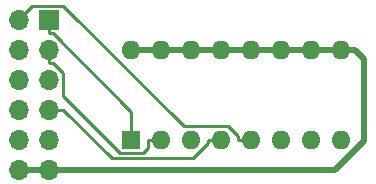
<source format=gbr>
G04 #@! TF.GenerationSoftware,KiCad,Pcbnew,5.99.0-unknown-r17121-d4cea0f2*
G04 #@! TF.CreationDate,2019-12-07T19:13:34-06:00*
G04 #@! TF.ProjectId,8_led_pmod,385f6c65-645f-4706-9d6f-642e6b696361,A*
G04 #@! TF.SameCoordinates,Original*
G04 #@! TF.FileFunction,Copper,L2,Bot*
G04 #@! TF.FilePolarity,Positive*
%FSLAX46Y46*%
G04 Gerber Fmt 4.6, Leading zero omitted, Abs format (unit mm)*
G04 Created by KiCad (PCBNEW 5.99.0-unknown-r17121-d4cea0f2) date 2019-12-07 19:13:34*
%MOMM*%
%LPD*%
G04 APERTURE LIST*
%ADD10O,1.700000X1.700000*%
%ADD11R,1.700000X1.700000*%
%ADD12O,1.600000X1.600000*%
%ADD13R,1.600000X1.600000*%
%ADD14C,0.500000*%
%ADD15C,0.250000*%
G04 APERTURE END LIST*
D10*
X114300000Y-85090000D03*
X116840000Y-97790000D03*
X114300000Y-87630000D03*
X116840000Y-87630000D03*
X114300000Y-90170000D03*
X116840000Y-90170000D03*
X114300000Y-92710000D03*
X116840000Y-92710000D03*
X114300000Y-95250000D03*
X116840000Y-95250000D03*
X114300000Y-97790000D03*
D11*
X116840000Y-85090000D03*
D12*
X123825000Y-87630000D03*
X141605000Y-95250000D03*
X126365000Y-87630000D03*
X139065000Y-95250000D03*
X128905000Y-87630000D03*
X136525000Y-95250000D03*
X131445000Y-87630000D03*
X133985000Y-95250000D03*
X133985000Y-87630000D03*
X131445000Y-95250000D03*
X136525000Y-87630000D03*
X128905000Y-95250000D03*
X139065000Y-87630000D03*
X126365000Y-95250000D03*
X141605000Y-87630000D03*
D13*
X123825000Y-95250000D03*
D14*
X116840000Y-97790000D02*
X114300000Y-97790000D01*
X143510000Y-88403630D02*
X143510000Y-95343002D01*
X118190000Y-97790000D02*
X116840000Y-97790000D01*
X143510000Y-95343002D02*
X141063002Y-97790000D01*
X141063002Y-97790000D02*
X118190000Y-97790000D01*
X141605000Y-87630000D02*
X142736370Y-87630000D01*
X142736370Y-87630000D02*
X143510000Y-88403630D01*
X139065000Y-87630000D02*
X141605000Y-87630000D01*
X136525000Y-87630000D02*
X139065000Y-87630000D01*
X133985000Y-87630000D02*
X136525000Y-87630000D01*
X131445000Y-87630000D02*
X133985000Y-87630000D01*
X128905000Y-87630000D02*
X131445000Y-87630000D01*
X126365000Y-87630000D02*
X128905000Y-87630000D01*
X123825000Y-87630000D02*
X126365000Y-87630000D01*
D15*
X117207300Y-86265300D02*
X116840000Y-86265300D01*
X123825000Y-92883000D02*
X117207300Y-86265300D01*
X123825000Y-95250000D02*
X123825000Y-92883000D01*
X116840000Y-85090000D02*
X116840000Y-86265300D01*
X117207400Y-88805300D02*
X116840000Y-88805300D01*
X118015300Y-89613200D02*
X117207400Y-88805300D01*
X118015300Y-91568000D02*
X118015300Y-89613200D01*
X122822700Y-96375400D02*
X118015300Y-91568000D01*
X124817600Y-96375400D02*
X122822700Y-96375400D01*
X125239700Y-95953300D02*
X124817600Y-96375400D01*
X125239700Y-95250000D02*
X125239700Y-95953300D01*
X126365000Y-95250000D02*
X125239700Y-95250000D01*
X116840000Y-87630000D02*
X116840000Y-88805300D01*
X122148200Y-96842900D02*
X118015300Y-92710000D01*
X129008100Y-96842900D02*
X122148200Y-96842900D01*
X130319700Y-95531300D02*
X129008100Y-96842900D01*
X130319700Y-95250000D02*
X130319700Y-95531300D01*
X131445000Y-95250000D02*
X130319700Y-95250000D01*
X116840000Y-92710000D02*
X118015300Y-92710000D01*
X115362651Y-83979999D02*
X114300000Y-85042650D01*
X115505000Y-83979999D02*
X115362651Y-83979999D01*
X116285001Y-83914999D02*
X115570000Y-83914999D01*
X116299000Y-83901000D02*
X116285001Y-83914999D01*
X132859700Y-95250000D02*
X132859700Y-94968600D01*
X133985000Y-95250000D02*
X132859700Y-95250000D01*
X115570000Y-83914999D02*
X115505000Y-83979999D01*
X118048900Y-83901000D02*
X116299000Y-83901000D01*
X114300000Y-85042650D02*
X114300000Y-85090000D01*
X132859700Y-94968600D02*
X132015800Y-94124700D01*
X132015800Y-94124700D02*
X128272600Y-94124700D01*
X128272600Y-94124700D02*
X118048900Y-83901000D01*
M02*

</source>
